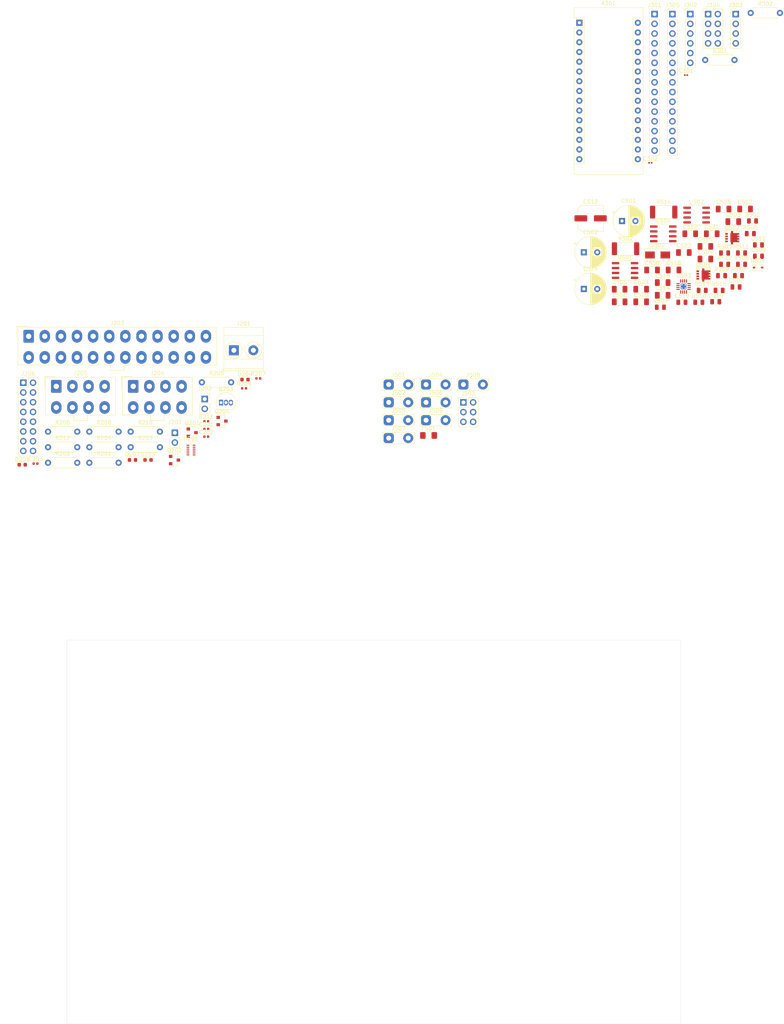
<source format=kicad_pcb>
(kicad_pcb (version 20171130) (host pcbnew "(5.1.2)-1")
  (title_block (title Plasma-PSU_Eurocard_Flyback) (date 2020-03-24) (rev 0.0.1) (company "Plasma Center, University of Ljubljana"))
  (layers (0 F.Cu signal) (31 B.Cu signal) (34 B.Paste user) (35 F.Paste user) (36 B.SilkS user) (37 F.SilkS user) (38 B.Mask user) (39 F.Mask user) (44 Edge.Cuts user))
  (net 0 "")
  (net 1 "Net-(A301-Pad1)")
  (net 2 "Net-(A301-Pad17)")
  (net 3 "Net-(A301-Pad2)")
  (net 4 "Net-(A301-Pad18)")
  (net 5 /Controller/RES_3)
  (net 6 "Net-(A301-Pad19)")
  (net 7 GND)
  (net 8 "Net-(A301-Pad20)")
  (net 9 "Net-(A301-Pad5)")
  (net 10 "Net-(A301-Pad21)")
  (net 11 "Net-(A301-Pad6)")
  (net 12 "Net-(A301-Pad22)")
  (net 13 "Net-(A301-Pad7)")
  (net 14 "Net-(A301-Pad23)")
  (net 15 /Controller/SPI-CS)
  (net 16 "Net-(A301-Pad24)")
  (net 17 "Net-(A301-Pad9)")
  (net 18 "Net-(A301-Pad25)")
  (net 19 "Net-(A301-Pad10)")
  (net 20 "Net-(A301-Pad26)")
  (net 21 /Plugs_and_Controls/PWM_IN)
  (net 22 "Net-(A301-Pad27)")
  (net 23 /Plugs_and_Controls/ENBL_A)
  (net 24 "Net-(A301-Pad28)")
  (net 25 "Net-(A301-Pad13)")
  (net 26 /Controller/SPI-MOSI)
  (net 27 +5V)
  (net 28 /Controller/SPI-MISO)
  (net 29 /Controller/D13_16)
  (net 30 "Net-(C201-Pad1)")
  (net 31 /Plugs_and_Controls/VSB)
  (net 32 "Net-(C203-Pad1)")
  (net 33 +12V)
  (net 34 "Net-(C510-Pad2)")
  (net 35 "Net-(C511-Pad2)")
  (net 36 "Net-(C512-Pad2)")
  (net 37 "Net-(C516-Pad1)")
  (net 38 "Net-(C516-Pad2)")
  (net 39 "Net-(C517-Pad2)")
  (net 40 "Net-(C518-Pad1)")
  (net 41 /Plugs_and_Controls/VDD_IN)
  (net 42 "Net-(C525-Pad1)")
  (net 43 "Net-(D201-Pad2)")
  (net 44 "Net-(D201-Pad1)")
  (net 45 "Net-(D202-Pad2)")
  (net 46 "Net-(D203-Pad2)")
  (net 47 "Net-(D204-Pad2)")
  (net 48 /Plugs_and_Controls/GND_IN)
  (net 49 +3V3)
  (net 50 /Plugs_and_Controls/PWR_GOOD)
  (net 51 /Plugs_and_Controls/PWR_ON)
  (net 52 /Plugs_and_Controls/PB)
  (net 53 /Plugs_and_Controls/SR)
  (net 54 /Plugs_and_Controls/START_BTN)
  (net 55 /Plugs_and_Controls/STOP_BTN)
  (net 56 /Plugs_and_Controls/ENBL_JP)
  (net 57 /Plugs_and_Controls/PLASMA_ON)
  (net 58 /Plugs_and_Controls/PLASMA_OFF)
  (net 59 "Net-(Q201-Pad1)")
  (net 60 "Net-(Q202-Pad2)")
  (net 61 "Net-(Q203-Pad2)")
  (net 62 "Net-(Q204-Pad2)")
  (net 63 "Net-(Q501-Pad2)")
  (net 64 "Net-(Q502-Pad2)")
  (net 65 "Net-(R201-Pad2)")
  (net 66 "Net-(R202-Pad2)")
  (net 67 "Net-(R204-Pad2)")
  (net 68 /Controller/I-Sense_IN)
  (net 69 /Controller/U-Sense_IN)
  (net 70 "Net-(R503-Pad1)")
  (net 71 "Net-(R504-Pad2)")
  (net 72 "Net-(R505-Pad2)")
  (net 73 "Net-(R508-Pad2)")
  (net 74 /SMPS-12-36/VFB)
  (net 75 /SMPS-12-36/U-Sense_int)
  (net 76 "Net-(R512-Pad2)")
  (net 77 "Net-(R514-Pad2)")
  (net 78 "Net-(R515-Pad1)")
  (net 79 "Net-(C519-Pad1)")
  (net 80 "Net-(D501-Pad1)")
  (net 81 "Net-(J502-Pad2)")
  (net 82 "Net-(J506-Pad1)")
  (module Module:Arduino_Nano (layer F.Cu) (at 197.565001 -124.184999)
    (fp_text reference A301 (at 7.62 -5.08) (layer F.SilkS))
    (fp_text value Arduino_Nano_v3.x)
    (pad 1 thru_hole rect (at 0 0) (size 1.6 1.6) (drill 0.8) (layers *.Cu *.Mask) (net 1 "Net-(A301-Pad1)"))
    (pad 17 thru_hole oval (at 15.24 33.02) (size 1.6 1.6) (drill 0.8) (layers *.Cu *.Mask) (net 2 "Net-(A301-Pad17)"))
    (pad 2 thru_hole oval (at 0 2.54) (size 1.6 1.6) (drill 0.8) (layers *.Cu *.Mask) (net 3 "Net-(A301-Pad2)"))
    (pad 18 thru_hole oval (at 15.24 30.48) (size 1.6 1.6) (drill 0.8) (layers *.Cu *.Mask) (net 4 "Net-(A301-Pad18)"))
    (pad 3 thru_hole oval (at 0 5.08) (size 1.6 1.6) (drill 0.8) (layers *.Cu *.Mask) (net 5 /Controller/RES_3))
    (pad 19 thru_hole oval (at 15.24 27.94) (size 1.6 1.6) (drill 0.8) (layers *.Cu *.Mask) (net 6 "Net-(A301-Pad19)"))
    (pad 4 thru_hole oval (at 0 7.62) (size 1.6 1.6) (drill 0.8) (layers *.Cu *.Mask) (net 7 GND))
    (pad 20 thru_hole oval (at 15.24 25.4) (size 1.6 1.6) (drill 0.8) (layers *.Cu *.Mask) (net 8 "Net-(A301-Pad20)"))
    (pad 5 thru_hole oval (at 0 10.16) (size 1.6 1.6) (drill 0.8) (layers *.Cu *.Mask) (net 9 "Net-(A301-Pad5)"))
    (pad 21 thru_hole oval (at 15.24 22.86) (size 1.6 1.6) (drill 0.8) (layers *.Cu *.Mask) (net 10 "Net-(A301-Pad21)"))
    (pad 6 thru_hole oval (at 0 12.7) (size 1.6 1.6) (drill 0.8) (layers *.Cu *.Mask) (net 11 "Net-(A301-Pad6)"))
    (pad 22 thru_hole oval (at 15.24 20.32) (size 1.6 1.6) (drill 0.8) (layers *.Cu *.Mask) (net 12 "Net-(A301-Pad22)"))
    (pad 7 thru_hole oval (at 0 15.24) (size 1.6 1.6) (drill 0.8) (layers *.Cu *.Mask) (net 13 "Net-(A301-Pad7)"))
    (pad 23 thru_hole oval (at 15.24 17.78) (size 1.6 1.6) (drill 0.8) (layers *.Cu *.Mask) (net 14 "Net-(A301-Pad23)"))
    (pad 8 thru_hole oval (at 0 17.78) (size 1.6 1.6) (drill 0.8) (layers *.Cu *.Mask) (net 15 /Controller/SPI-CS))
    (pad 24 thru_hole oval (at 15.24 15.24) (size 1.6 1.6) (drill 0.8) (layers *.Cu *.Mask) (net 16 "Net-(A301-Pad24)"))
    (pad 9 thru_hole oval (at 0 20.32) (size 1.6 1.6) (drill 0.8) (layers *.Cu *.Mask) (net 17 "Net-(A301-Pad9)"))
    (pad 25 thru_hole oval (at 15.24 12.7) (size 1.6 1.6) (drill 0.8) (layers *.Cu *.Mask) (net 18 "Net-(A301-Pad25)"))
    (pad 10 thru_hole oval (at 0 22.86) (size 1.6 1.6) (drill 0.8) (layers *.Cu *.Mask) (net 19 "Net-(A301-Pad10)"))
    (pad 26 thru_hole oval (at 15.24 10.16) (size 1.6 1.6) (drill 0.8) (layers *.Cu *.Mask) (net 20 "Net-(A301-Pad26)"))
    (pad 11 thru_hole oval (at 0 25.4) (size 1.6 1.6) (drill 0.8) (layers *.Cu *.Mask) (net 21 /Plugs_and_Controls/PWM_IN))
    (pad 27 thru_hole oval (at 15.24 7.62) (size 1.6 1.6) (drill 0.8) (layers *.Cu *.Mask) (net 22 "Net-(A301-Pad27)"))
    (pad 12 thru_hole oval (at 0 27.94) (size 1.6 1.6) (drill 0.8) (layers *.Cu *.Mask) (net 23 /Plugs_and_Controls/ENBL_A))
    (pad 28 thru_hole oval (at 15.24 5.08) (size 1.6 1.6) (drill 0.8) (layers *.Cu *.Mask) (net 24 "Net-(A301-Pad28)"))
    (pad 13 thru_hole oval (at 0 30.48) (size 1.6 1.6) (drill 0.8) (layers *.Cu *.Mask) (net 25 "Net-(A301-Pad13)"))
    (pad 29 thru_hole oval (at 15.24 2.54) (size 1.6 1.6) (drill 0.8) (layers *.Cu *.Mask) (net 7 GND))
    (pad 14 thru_hole oval (at 0 33.02) (size 1.6 1.6) (drill 0.8) (layers *.Cu *.Mask) (net 26 /Controller/SPI-MOSI))
    (pad 30 thru_hole oval (at 15.24 0) (size 1.6 1.6) (drill 0.8) (layers *.Cu *.Mask) (net 27 +5V))
    (pad 15 thru_hole oval (at 0 35.56) (size 1.6 1.6) (drill 0.8) (layers *.Cu *.Mask) (net 28 /Controller/SPI-MISO))
    (pad 16 thru_hole oval (at 15.24 35.56) (size 1.6 1.6) (drill 0.8) (layers *.Cu *.Mask) (net 29 /Controller/D13_16))
  )
  (module Capacitor_SMD:C_0402_1005Metric (layer F.Cu) (at 100.315001 -18.334999)
    (fp_text reference C201 (at 0 -1.17) (layer F.SilkS))
    (fp_text value 1µF)
    (pad 1 smd roundrect (at -0.485 0) (size 0.59 0.64) (layers F.Cu F.Paste F.Mask) (net 30 "Net-(C201-Pad1)"))
    (pad 2 smd roundrect (at 0.485 0) (size 0.59 0.64) (layers F.Cu F.Paste F.Mask) (net 7 GND))
  )
  (module Capacitor_SMD:C_0402_1005Metric (layer F.Cu) (at 100.315001 -16.344999)
    (fp_text reference C202 (at 0 -1.17) (layer F.SilkS))
    (fp_text value 100nF)
    (pad 1 smd roundrect (at -0.485 0) (size 0.59 0.64) (layers F.Cu F.Paste F.Mask) (net 31 /Plugs_and_Controls/VSB))
    (pad 2 smd roundrect (at 0.485 0) (size 0.59 0.64) (layers F.Cu F.Paste F.Mask) (net 7 GND))
  )
  (module Capacitor_SMD:C_0402_1005Metric (layer F.Cu) (at 55.805001 -9.324999)
    (fp_text reference C203 (at 0 -1.17) (layer F.SilkS))
    (fp_text value 1µF)
    (pad 2 smd roundrect (at 0.485 0) (size 0.59 0.64) (layers F.Cu F.Paste F.Mask) (net 7 GND))
    (pad 1 smd roundrect (at -0.485 0) (size 0.59 0.64) (layers F.Cu F.Paste F.Mask) (net 32 "Net-(C203-Pad1)"))
  )
  (module Capacitor_SMD:C_0201_0603Metric (layer F.Cu) (at 225.365001 -110.544999)
    (fp_text reference C301 (at 0 -1.05) (layer F.SilkS))
    (fp_text value 100n)
    (pad 2 smd roundrect (at 0.32 0) (size 0.46 0.4) (layers F.Cu F.Mask) (net 20 "Net-(A301-Pad26)"))
    (pad 1 smd roundrect (at -0.32 0) (size 0.46 0.4) (layers F.Cu F.Mask) (net 7 GND))
  )
  (module Capacitor_SMD:C_0201_0603Metric (layer F.Cu) (at 216.065001 -87.694999)
    (fp_text reference C302 (at 0 -1.05) (layer F.SilkS))
    (fp_text value 100n)
    (pad 1 smd roundrect (at -0.32 0) (size 0.46 0.4) (layers F.Cu F.Mask) (net 18 "Net-(A301-Pad25)"))
    (pad 2 smd roundrect (at 0.32 0) (size 0.46 0.4) (layers F.Cu F.Mask) (net 7 GND))
  )
  (module Capacitor_THT:CP_Radial_D8.0mm_P3.50mm (layer F.Cu) (at 208.679699 -72.524999)
    (fp_text reference C501 (at 1.75 -5.25) (layer F.SilkS))
    (fp_text value 220uF)
    (pad 2 thru_hole circle (at 3.5 0) (size 1.6 1.6) (drill 0.8) (layers *.Cu *.Mask) (net 7 GND))
    (pad 1 thru_hole rect (at 0 0) (size 1.6 1.6) (drill 0.8) (layers *.Cu *.Mask) (net 27 +5V))
  )
  (module Capacitor_THT:CP_Radial_D8.0mm_P3.50mm (layer F.Cu) (at 198.729699 -64.374999)
    (fp_text reference C502 (at 1.75 -5.25) (layer F.SilkS))
    (fp_text value 220uF)
    (pad 2 thru_hole circle (at 3.5 0) (size 1.6 1.6) (drill 0.8) (layers *.Cu *.Mask) (net 7 GND))
    (pad 1 thru_hole rect (at 0 0) (size 1.6 1.6) (drill 0.8) (layers *.Cu *.Mask) (net 33 +12V))
  )
  (module Capacitor_SMD:C_1206_3216Metric (layer F.Cu) (at 237.675001 -72.364999)
    (fp_text reference C503 (at 0 -1.82) (layer F.SilkS))
    (fp_text value 6.8µF)
    (pad 2 smd roundrect (at 1.4 0) (size 1.25 1.75) (layers F.Cu F.Paste F.Mask) (roundrect_rratio 0.2) (net 7 GND))
    (pad 1 smd roundrect (at -1.4 0) (size 1.25 1.75) (layers F.Cu F.Paste F.Mask) (roundrect_rratio 0.2) (net 33 +12V))
  )
  (module Capacitor_SMD:C_1206_3216Metric (layer F.Cu) (at 230.405001 -62.624999)
    (fp_text reference C504 (at 0 -1.82) (layer F.SilkS))
    (fp_text value 6.8µF)
    (pad 1 smd roundrect (at -1.4 0) (size 1.25 1.75) (layers F.Cu F.Paste F.Mask) (roundrect_rratio 0.2) (net 33 +12V))
    (pad 2 smd roundrect (at 1.4 0) (size 1.25 1.75) (layers F.Cu F.Paste F.Mask) (roundrect_rratio 0.2) (net 7 GND))
  )
  (module Capacitor_SMD:C_1206_3216Metric (layer F.Cu) (at 208.055001 -54.764999)
    (fp_text reference C505 (at 0 -1.82) (layer F.SilkS))
    (fp_text value 100nF)
    (pad 2 smd roundrect (at 1.4 0) (size 1.25 1.75) (layers F.Cu F.Paste F.Mask) (roundrect_rratio 0.2) (net 7 GND))
    (pad 1 smd roundrect (at -1.4 0) (size 1.25 1.75) (layers F.Cu F.Paste F.Mask) (roundrect_rratio 0.2) (net 33 +12V))
  )
  (module Capacitor_SMD:C_1206_3216Metric (layer F.Cu) (at 208.055001 -51.474999)
    (fp_text reference C506 (at 0 -1.82) (layer F.SilkS))
    (fp_text value 100nF)
    (pad 1 smd roundrect (at -1.4 0) (size 1.25 1.75) (layers F.Cu F.Paste F.Mask) (roundrect_rratio 0.2) (net 33 +12V))
    (pad 2 smd roundrect (at 1.4 0) (size 1.25 1.75) (layers F.Cu F.Paste F.Mask) (roundrect_rratio 0.2) (net 7 GND))
  )
  (module Capacitor_SMD:C_0805_2012Metric (layer F.Cu) (at 238.395001 -55.344999)
    (fp_text reference C507 (at 0 -1.65) (layer F.SilkS))
    (fp_text value 10nF)
    (pad 2 smd roundrect (at 0.9375 0) (size 0.975 1.4) (layers F.Cu F.Paste F.Mask) (net 7 GND))
    (pad 1 smd roundrect (at -0.9375 0) (size 0.975 1.4) (layers F.Cu F.Paste F.Mask) (net 33 +12V))
  )
  (module Capacitor_SMD:C_1206_3216Metric (layer F.Cu) (at 216.505001 -59.764999)
    (fp_text reference C508 (at 0 -1.82) (layer F.SilkS))
    (fp_text value 100nF)
    (pad 2 smd roundrect (at 1.4 0) (size 1.25 1.75) (layers F.Cu F.Paste F.Mask) (roundrect_rratio 0.2) (net 7 GND))
    (pad 1 smd roundrect (at -1.4 0) (size 1.25 1.75) (layers F.Cu F.Paste F.Mask) (roundrect_rratio 0.2) (net 27 +5V))
  )
  (module Capacitor_SMD:C_0805_2012Metric (layer F.Cu) (at 244.235001 -63.344999)
    (fp_text reference C509 (at 0 -1.65) (layer F.SilkS))
    (fp_text value 10nF)
    (pad 1 smd roundrect (at -0.9375 0) (size 0.975 1.4) (layers F.Cu F.Paste F.Mask) (net 27 +5V))
    (pad 2 smd roundrect (at 0.9375 0) (size 0.975 1.4) (layers F.Cu F.Paste F.Mask) (net 7 GND))
  )
  (module Capacitor_SMD:C_0805_2012Metric (layer F.Cu) (at 233.105001 -51.504999)
    (fp_text reference C510 (at 0 -1.65) (layer F.SilkS))
    (fp_text value 15nF)
    (pad 2 smd roundrect (at 0.9375 0) (size 0.975 1.4) (layers F.Cu F.Paste F.Mask) (net 34 "Net-(C510-Pad2)"))
    (pad 1 smd roundrect (at -0.9375 0) (size 0.975 1.4) (layers F.Cu F.Paste F.Mask) (net 7 GND))
  )
  (module Capacitor_SMD:C_0805_2012Metric (layer F.Cu) (at 244.235001 -66.294999)
    (fp_text reference C511 (at 0 -1.65) (layer F.SilkS))
    (fp_text value 220pF)
    (pad 2 smd roundrect (at 0.9375 0) (size 0.975 1.4) (layers F.Cu F.Paste F.Mask) (net 35 "Net-(C511-Pad2)"))
    (pad 1 smd roundrect (at -0.9375 0) (size 0.975 1.4) (layers F.Cu F.Paste F.Mask) (net 7 GND))
  )
  (module Capacitor_SMD:C_1206_3216Metric (layer F.Cu) (at 226.455001 -69.204999)
    (fp_text reference C512 (at 0 -1.82) (layer F.SilkS))
    (fp_text value 100nF)
    (pad 1 smd roundrect (at -1.4 0) (size 1.25 1.75) (layers F.Cu F.Paste F.Mask) (roundrect_rratio 0.2) (net 7 GND))
    (pad 2 smd roundrect (at 1.4 0) (size 1.25 1.75) (layers F.Cu F.Paste F.Mask) (roundrect_rratio 0.2) (net 36 "Net-(C512-Pad2)"))
  )
  (module Capacitor_SMD:C_Elec_6.3x5.8 (layer F.Cu) (at 200.485001 -73.224999)
    (fp_text reference C513 (at 0 -4.35) (layer F.SilkS))
    (fp_text value 10µF)
    (pad 1 smd roundrect (at -2.5375 0) (size 3.325 1.6) (layers F.Cu F.Paste F.Mask) (roundrect_rratio 0.15625) (net 27 +5V))
    (pad 2 smd roundrect (at 2.5375 0) (size 3.325 1.6) (layers F.Cu F.Paste F.Mask) (roundrect_rratio 0.15625) (net 7 GND))
  )
  (module Capacitor_SMD:C_1206_3216Metric (layer F.Cu) (at 219.275001 -53.184999)
    (fp_text reference C514 (at 0 -1.82) (layer F.SilkS))
    (fp_text value 100nF)
    (pad 2 smd roundrect (at 1.4 0) (size 1.25 1.75) (layers F.Cu F.Paste F.Mask) (roundrect_rratio 0.2) (net 7 GND))
    (pad 1 smd roundrect (at -1.4 0) (size 1.25 1.75) (layers F.Cu F.Paste F.Mask) (roundrect_rratio 0.2) (net 27 +5V))
  )
  (module Capacitor_SMD:C_1206_3216Metric (layer F.Cu) (at 230.405001 -65.914999)
    (fp_text reference C515 (at 0 -1.82) (layer F.SilkS))
    (fp_text value 100nF)
    (pad 2 smd roundrect (at 1.4 0) (size 1.25 1.75) (layers F.Cu F.Paste F.Mask) (roundrect_rratio 0.2) (net 33 +12V))
    (pad 1 smd roundrect (at -1.4 0) (size 1.25 1.75) (layers F.Cu F.Paste F.Mask) (roundrect_rratio 0.2) (net 7 GND))
  )
  (module Capacitor_SMD:C_1206_3216Metric (layer F.Cu) (at 219.275001 -56.474999)
    (fp_text reference C516 (at 0 -1.82) (layer F.SilkS))
    (fp_text value 100nF)
    (pad 1 smd roundrect (at -1.4 0) (size 1.25 1.75) (layers F.Cu F.Paste F.Mask) (roundrect_rratio 0.2) (net 37 "Net-(C516-Pad1)"))
    (pad 2 smd roundrect (at 1.4 0) (size 1.25 1.75) (layers F.Cu F.Paste F.Mask) (roundrect_rratio 0.2) (net 38 "Net-(C516-Pad2)"))
  )
  (module Capacitor_SMD:C_1206_3216Metric (layer F.Cu) (at 240.755001 -75.654999)
    (fp_text reference C517 (at 0 -1.82) (layer F.SilkS))
    (fp_text value "4.7µ MLCC")
    (pad 1 smd roundrect (at -1.4 0) (size 1.25 1.75) (layers F.Cu F.Paste F.Mask) (roundrect_rratio 0.2) (net 7 GND))
    (pad 2 smd roundrect (at 1.4 0) (size 1.25 1.75) (layers F.Cu F.Paste F.Mask) (roundrect_rratio 0.2) (net 39 "Net-(C517-Pad2)"))
  )
  (module Capacitor_SMD:C_1206_3216Metric (layer F.Cu) (at 222.115001 -59.764999)
    (fp_text reference C518 (at 0 -1.82) (layer F.SilkS))
    (fp_text value 100nF)
    (pad 1 smd roundrect (at -1.4 0) (size 1.25 1.75) (layers F.Cu F.Paste F.Mask) (roundrect_rratio 0.2) (net 40 "Net-(C518-Pad1)"))
    (pad 2 smd roundrect (at 1.4 0) (size 1.25 1.75) (layers F.Cu F.Paste F.Mask) (roundrect_rratio 0.2) (net 7 GND))
  )
  (module Capacitor_SMD:C_0805_2012Metric (layer F.Cu) (at 224.285001 -51.354999)
    (fp_text reference C519 (at 0 -1.65) (layer F.SilkS))
    (fp_text value 10nF)
    (pad 1 smd roundrect (at -0.9375 0) (size 0.975 1.4) (layers F.Cu F.Paste F.Mask) (net 79 "Net-(C519-Pad1)"))
    (pad 2 smd roundrect (at 0.9375 0) (size 0.975 1.4) (layers F.Cu F.Paste F.Mask) (net 7 GND))
  )
  (module Capacitor_SMD:C_1206_3216Metric (layer F.Cu) (at 213.665001 -51.474999)
    (fp_text reference C520 (at 0 -1.82) (layer F.SilkS))
    (fp_text value 100nF)
    (pad 1 smd roundrect (at -1.4 0) (size 1.25 1.75) (layers F.Cu F.Paste F.Mask) (roundrect_rratio 0.2) (net 79 "Net-(C519-Pad1)"))
    (pad 2 smd roundrect (at 1.4 0) (size 1.25 1.75) (layers F.Cu F.Paste F.Mask) (roundrect_rratio 0.2) (net 7 GND))
  )
  (module Capacitor_SMD:C_1206_3216Metric (layer F.Cu) (at 232.065001 -69.204999)
    (fp_text reference C521 (at 0 -1.82) (layer F.SilkS))
    (fp_text value 6.8µF)
    (pad 2 smd roundrect (at 1.4 0) (size 1.25 1.75) (layers F.Cu F.Paste F.Mask) (roundrect_rratio 0.2) (net 7 GND))
    (pad 1 smd roundrect (at -1.4 0) (size 1.25 1.75) (layers F.Cu F.Paste F.Mask) (roundrect_rratio 0.2) (net 79 "Net-(C519-Pad1)"))
  )
  (module Capacitor_SMD:C_1206_3216Metric (layer F.Cu) (at 224.795001 -64.314999)
    (fp_text reference C522 (at 0 -1.82) (layer F.SilkS))
    (fp_text value 6.8µF)
    (pad 2 smd roundrect (at 1.4 0) (size 1.25 1.75) (layers F.Cu F.Paste F.Mask) (roundrect_rratio 0.2) (net 7 GND))
    (pad 1 smd roundrect (at -1.4 0) (size 1.25 1.75) (layers F.Cu F.Paste F.Mask) (roundrect_rratio 0.2) (net 79 "Net-(C519-Pad1)"))
  )
  (module Capacitor_SMD:C_1206_3216Metric (layer F.Cu) (at 213.665001 -54.764999)
    (fp_text reference C523 (at 0 -1.82) (layer F.SilkS))
    (fp_text value 6.8µF)
    (pad 1 smd roundrect (at -1.4 0) (size 1.25 1.75) (layers F.Cu F.Paste F.Mask) (roundrect_rratio 0.2) (net 79 "Net-(C519-Pad1)"))
    (pad 2 smd roundrect (at 1.4 0) (size 1.25 1.75) (layers F.Cu F.Paste F.Mask) (roundrect_rratio 0.2) (net 7 GND))
  )
  (module Capacitor_THT:CP_Radial_D8.0mm_P3.50mm (layer F.Cu) (at 198.729699 -54.824999)
    (fp_text reference C524 (at 1.75 -5.25) (layer F.SilkS))
    (fp_text value 220uF)
    (pad 1 thru_hole rect (at 0 0) (size 1.6 1.6) (drill 0.8) (layers *.Cu *.Mask) (net 79 "Net-(C519-Pad1)"))
    (pad 2 thru_hole circle (at 3.5 0) (size 1.6 1.6) (drill 0.8) (layers *.Cu *.Mask) (net 7 GND))
  )
  (module Capacitor_SMD:C_1206_3216Metric (layer F.Cu) (at 235.145001 -75.654999)
    (fp_text reference C525 (at 0 -1.82) (layer F.SilkS))
    (fp_text value 100nF)
    (pad 2 smd roundrect (at 1.4 0) (size 1.25 1.75) (layers F.Cu F.Paste F.Mask) (roundrect_rratio 0.2) (net 7 GND))
    (pad 1 smd roundrect (at -1.4 0) (size 1.25 1.75) (layers F.Cu F.Paste F.Mask) (roundrect_rratio 0.2) (net 42 "Net-(C525-Pad1)"))
  )
  (module LED_SMD:LED_0603_1608Metric (layer F.Cu) (at 52.345001 -9.024999)
    (fp_text reference D201 (at 0 -1.43) (layer F.SilkS))
    (fp_text value LED)
    (pad 2 smd roundrect (at 0.7875 0) (size 0.875 0.95) (layers F.Cu F.Paste F.Mask) (net 43 "Net-(D201-Pad2)"))
    (pad 1 smd roundrect (at -0.7875 0) (size 0.875 0.95) (layers F.Cu F.Paste F.Mask) (net 44 "Net-(D201-Pad1)"))
  )
  (module LED_SMD:LED_0603_1608Metric (layer F.Cu) (at 81.085001 -10.274999)
    (fp_text reference D202 (at 0 -1.43) (layer F.SilkS))
    (fp_text value LED)
    (pad 1 smd roundrect (at -0.7875 0) (size 0.875 0.95) (layers F.Cu F.Paste F.Mask) (net 7 GND))
    (pad 2 smd roundrect (at 0.7875 0) (size 0.875 0.95) (layers F.Cu F.Paste F.Mask) (net 45 "Net-(D202-Pad2)"))
  )
  (module LED_SMD:LED_0603_1608Metric (layer F.Cu) (at 85.135001 -10.274999)
    (fp_text reference D203 (at 0 -1.43) (layer F.SilkS))
    (fp_text value LED)
    (pad 1 smd roundrect (at -0.7875 0) (size 0.875 0.95) (layers F.Cu F.Paste F.Mask) (net 7 GND))
    (pad 2 smd roundrect (at 0.7875 0) (size 0.875 0.95) (layers F.Cu F.Paste F.Mask) (net 46 "Net-(D203-Pad2)"))
  )
  (module LED_SMD:LED_0603_1608Metric (layer F.Cu) (at 110.415001 -31.224999)
    (fp_text reference D204 (at 0 -1.43) (layer F.SilkS))
    (fp_text value LED)
    (pad 2 smd roundrect (at 0.7875 0) (size 0.875 0.95) (layers F.Cu F.Paste F.Mask) (net 47 "Net-(D204-Pad2)"))
    (pad 1 smd roundrect (at -0.7875 0) (size 0.875 0.95) (layers F.Cu F.Paste F.Mask) (net 7 GND))
  )
  (module Diode_SMD:D_SOD-323 (layer F.Cu) (at 244.155001 -60.394999)
    (fp_text reference D501 (at 0 -1.85) (layer F.SilkS))
    (fp_text value ZD5)
    (pad 1 smd rect (at -1.05 0) (size 0.6 0.45) (layers F.Cu F.Paste F.Mask) (net 80 "Net-(D501-Pad1)"))
    (pad 2 smd rect (at 1.05 0) (size 0.6 0.45) (layers F.Cu F.Paste F.Mask) (net 7 GND))
  )
  (module Diode_SMD:D_SMA (layer F.Cu) (at 217.965001 -63.684999)
    (fp_text reference D502 (at 0 -2.5) (layer F.SilkS))
    (fp_text value B120-E3)
    (pad 1 smd rect (at -2 0) (size 2.5 1.8) (layers F.Cu F.Paste F.Mask) (net 38 "Net-(C516-Pad2)"))
    (pad 2 smd rect (at 2 0) (size 2.5 1.8) (layers F.Cu F.Paste F.Mask) (net 39 "Net-(C517-Pad2)"))
  )
  (module TerminalBlock_Phoenix:TerminalBlock_Phoenix_MKDS-3-2-5.08_1x02_P5.08mm_Horizontal (layer F.Cu) (at 107.515001 -38.844999)
    (fp_text reference J201 (at 2.54 -6.96) (layer F.SilkS))
    (fp_text value PWR_FWD)
    (pad 1 thru_hole rect (at 0 0) (size 2.6 2.6) (drill 1.3) (layers *.Cu *.Mask) (net 41 /Plugs_and_Controls/VDD_IN))
    (pad 2 thru_hole circle (at 5.08 0) (size 2.6 2.6) (drill 1.3) (layers *.Cu *.Mask) (net 48 /Plugs_and_Controls/GND_IN))
  )
  (module Connector_PinSocket_2.54mm:PinSocket_1x02_P2.54mm_Vertical (layer F.Cu) (at 99.925001 -26.144999)
    (fp_text reference J202 (at 0 -2.77) (layer F.SilkS))
    (fp_text value PWM_FWD)
    (pad 1 thru_hole rect (at 0 0) (size 1.7 1.7) (drill 1) (layers *.Cu *.Mask) (net 21 /Plugs_and_Controls/PWM_IN))
    (pad 2 thru_hole oval (at 0 2.54) (size 1.7 1.7) (drill 1) (layers *.Cu *.Mask) (net 7 GND))
  )
  (module Connector_Molex:Molex_Mini-Fit_Jr_5566-24A_2x12_P4.20mm_Vertical (layer F.Cu) (at 54.025001 -42.494999)
    (fp_text reference J203 (at 23.1 -3.45) (layer F.SilkS))
    (fp_text value "Molex Mini-fit Jr. 39-28-1243")
    (pad 1 thru_hole roundrect (at 0 0) (size 2.7 3.3) (drill 1.4) (layers *.Cu *.Mask) (roundrect_rratio 0.09259299999999999) (net 49 +3V3))
    (pad 2 thru_hole oval (at 4.2 0) (size 2.7 3.3) (drill 1.4) (layers *.Cu *.Mask) (net 49 +3V3))
    (pad 3 thru_hole oval (at 8.4 0) (size 2.7 3.3) (drill 1.4) (layers *.Cu *.Mask) (net 7 GND))
    (pad 4 thru_hole oval (at 12.6 0) (size 2.7 3.3) (drill 1.4) (layers *.Cu *.Mask) (net 27 +5V))
    (pad 5 thru_hole oval (at 16.8 0) (size 2.7 3.3) (drill 1.4) (layers *.Cu *.Mask) (net 7 GND))
    (pad 6 thru_hole oval (at 21 0) (size 2.7 3.3) (drill 1.4) (layers *.Cu *.Mask) (net 27 +5V))
    (pad 7 thru_hole oval (at 25.2 0) (size 2.7 3.3) (drill 1.4) (layers *.Cu *.Mask) (net 7 GND))
    (pad 8 thru_hole oval (at 29.4 0) (size 2.7 3.3) (drill 1.4) (layers *.Cu *.Mask) (net 50 /Plugs_and_Controls/PWR_GOOD))
    (pad 9 thru_hole oval (at 33.6 0) (size 2.7 3.3) (drill 1.4) (layers *.Cu *.Mask) (net 31 /Plugs_and_Controls/VSB))
    (pad 10 thru_hole oval (at 37.8 0) (size 2.7 3.3) (drill 1.4) (layers *.Cu *.Mask) (net 33 +12V))
    (pad 11 thru_hole oval (at 42 0) (size 2.7 3.3) (drill 1.4) (layers *.Cu *.Mask) (net 33 +12V))
    (pad 12 thru_hole oval (at 46.2 0) (size 2.7 3.3) (drill 1.4) (layers *.Cu *.Mask) (net 49 +3V3))
    (pad 13 thru_hole oval (at 0 5.5) (size 2.7 3.3) (drill 1.4) (layers *.Cu *.Mask) (net 49 +3V3))
    (pad 14 thru_hole oval (at 4.2 5.5) (size 2.7 3.3) (drill 1.4) (layers *.Cu *.Mask))
    (pad 15 thru_hole oval (at 8.4 5.5) (size 2.7 3.3) (drill 1.4) (layers *.Cu *.Mask) (net 7 GND))
    (pad 16 thru_hole oval (at 12.6 5.5) (size 2.7 3.3) (drill 1.4) (layers *.Cu *.Mask) (net 51 /Plugs_and_Controls/PWR_ON))
    (pad 17 thru_hole oval (at 16.8 5.5) (size 2.7 3.3) (drill 1.4) (layers *.Cu *.Mask) (net 7 GND))
    (pad 18 thru_hole oval (at 21 5.5) (size 2.7 3.3) (drill 1.4) (layers *.Cu *.Mask) (net 7 GND))
    (pad 19 thru_hole oval (at 25.2 5.5) (size 2.7 3.3) (drill 1.4) (layers *.Cu *.Mask) (net 7 GND))
    (pad 20 thru_hole oval (at 29.4 5.5) (size 2.7 3.3) (drill 1.4) (layers *.Cu *.Mask))
    (pad 21 thru_hole oval (at 33.6 5.5) (size 2.7 3.3) (drill 1.4) (layers *.Cu *.Mask) (net 27 +5V))
    (pad 22 thru_hole oval (at 37.8 5.5) (size 2.7 3.3) (drill 1.4) (layers *.Cu *.Mask) (net 27 +5V))
    (pad 23 thru_hole oval (at 42 5.5) (size 2.7 3.3) (drill 1.4) (layers *.Cu *.Mask) (net 27 +5V))
    (pad 24 thru_hole oval (at 46.2 5.5) (size 2.7 3.3) (drill 1.4) (layers *.Cu *.Mask) (net 7 GND))
  )
  (module Connector_Molex:Molex_Mini-Fit_Jr_5566-08A_2x04_P4.20mm_Vertical (layer F.Cu) (at 81.275001 -29.444999)
    (fp_text reference J204 (at 6.3 -3.45) (layer F.SilkS))
    (fp_text value "Molex Mini-fit Jr. 39-28-1083")
    (pad 8 thru_hole oval (at 12.6 5.5) (size 2.7 3.3) (drill 1.4) (layers *.Cu *.Mask) (net 7 GND))
    (pad 7 thru_hole oval (at 8.4 5.5) (size 2.7 3.3) (drill 1.4) (layers *.Cu *.Mask) (net 7 GND))
    (pad 6 thru_hole oval (at 4.2 5.5) (size 2.7 3.3) (drill 1.4) (layers *.Cu *.Mask))
    (pad 5 thru_hole oval (at 0 5.5) (size 2.7 3.3) (drill 1.4) (layers *.Cu *.Mask) (net 7 GND))
    (pad 4 thru_hole oval (at 12.6 0) (size 2.7 3.3) (drill 1.4) (layers *.Cu *.Mask))
    (pad 3 thru_hole oval (at 8.4 0) (size 2.7 3.3) (drill 1.4) (layers *.Cu *.Mask) (net 33 +12V))
    (pad 2 thru_hole oval (at 4.2 0) (size 2.7 3.3) (drill 1.4) (layers *.Cu *.Mask) (net 33 +12V))
    (pad 1 thru_hole roundrect (at 0 0) (size 2.7 3.3) (drill 1.4) (layers *.Cu *.Mask) (roundrect_rratio 0.09259299999999999) (net 33 +12V))
  )
  (module Connector_Molex:Molex_Mini-Fit_Jr_5566-08A_2x04_P4.20mm_Vertical (layer F.Cu) (at 61.225001 -29.444999)
    (fp_text reference J205 (at 6.3 -3.45) (layer F.SilkS))
    (fp_text value "Molex Mini-fit Jr. 39-28-1083")
    (pad 1 thru_hole roundrect (at 0 0) (size 2.7 3.3) (drill 1.4) (layers *.Cu *.Mask) (roundrect_rratio 0.09259299999999999) (net 33 +12V))
    (pad 2 thru_hole oval (at 4.2 0) (size 2.7 3.3) (drill 1.4) (layers *.Cu *.Mask) (net 33 +12V))
    (pad 3 thru_hole oval (at 8.4 0) (size 2.7 3.3) (drill 1.4) (layers *.Cu *.Mask) (net 33 +12V))
    (pad 4 thru_hole oval (at 12.6 0) (size 2.7 3.3) (drill 1.4) (layers *.Cu *.Mask))
    (pad 5 thru_hole oval (at 0 5.5) (size 2.7 3.3) (drill 1.4) (layers *.Cu *.Mask) (net 7 GND))
    (pad 6 thru_hole oval (at 4.2 5.5) (size 2.7 3.3) (drill 1.4) (layers *.Cu *.Mask))
    (pad 7 thru_hole oval (at 8.4 5.5) (size 2.7 3.3) (drill 1.4) (layers *.Cu *.Mask) (net 7 GND))
    (pad 8 thru_hole oval (at 12.6 5.5) (size 2.7 3.3) (drill 1.4) (layers *.Cu *.Mask) (net 7 GND))
  )
  (module Connector_PinHeader_2.54mm:PinHeader_2x08_P2.54mm_Vertical (layer F.Cu) (at 52.625001 -30.394999)
    (fp_text reference J206 (at 1.27 -2.33) (layer F.SilkS))
    (fp_text value "Pinheader Controls")
    (pad 1 thru_hole rect (at 0 0) (size 1.7 1.7) (drill 1) (layers *.Cu *.Mask) (net 52 /Plugs_and_Controls/PB))
    (pad 2 thru_hole oval (at 2.54 0) (size 1.7 1.7) (drill 1) (layers *.Cu *.Mask) (net 7 GND))
    (pad 3 thru_hole oval (at 0 2.54) (size 1.7 1.7) (drill 1) (layers *.Cu *.Mask) (net 53 /Plugs_and_Controls/SR))
    (pad 4 thru_hole oval (at 2.54 2.54) (size 1.7 1.7) (drill 1) (layers *.Cu *.Mask) (net 7 GND))
    (pad 5 thru_hole oval (at 0 5.08) (size 1.7 1.7) (drill 1) (layers *.Cu *.Mask) (net 27 +5V))
    (pad 6 thru_hole oval (at 2.54 5.08) (size 1.7 1.7) (drill 1) (layers *.Cu *.Mask) (net 54 /Plugs_and_Controls/START_BTN))
    (pad 7 thru_hole oval (at 0 7.62) (size 1.7 1.7) (drill 1) (layers *.Cu *.Mask) (net 23 /Plugs_and_Controls/ENBL_A))
    (pad 8 thru_hole oval (at 2.54 7.62) (size 1.7 1.7) (drill 1) (layers *.Cu *.Mask) (net 55 /Plugs_and_Controls/STOP_BTN))
    (pad 9 thru_hole oval (at 0 10.16) (size 1.7 1.7) (drill 1) (layers *.Cu *.Mask) (net 55 /Plugs_and_Controls/STOP_BTN))
    (pad 10 thru_hole oval (at 2.54 10.16) (size 1.7 1.7) (drill 1) (layers *.Cu *.Mask) (net 56 /Plugs_and_Controls/ENBL_JP))
    (pad 11 thru_hole oval (at 0 12.7) (size 1.7 1.7) (drill 1) (layers *.Cu *.Mask))
    (pad 12 thru_hole oval (at 2.54 12.7) (size 1.7 1.7) (drill 1) (layers *.Cu *.Mask) (net 7 GND))
    (pad 13 thru_hole oval (at 0 15.24) (size 1.7 1.7) (drill 1) (layers *.Cu *.Mask) (net 57 /Plugs_and_Controls/PLASMA_ON))
    (pad 14 thru_hole oval (at 2.54 15.24) (size 1.7 1.7) (drill 1) (layers *.Cu *.Mask) (net 7 GND))
    (pad 15 thru_hole oval (at 0 17.78) (size 1.7 1.7) (drill 1) (layers *.Cu *.Mask) (net 58 /Plugs_and_Controls/PLASMA_OFF))
    (pad 16 thru_hole oval (at 2.54 17.78) (size 1.7 1.7) (drill 1) (layers *.Cu *.Mask) (net 7 GND))
  )
  (module Connector_PinSocket_2.54mm:PinSocket_1x02_P2.54mm_Vertical (layer F.Cu) (at 92.135001 -17.344999)
    (fp_text reference J207 (at 0 -2.77) (layer F.SilkS))
    (fp_text value ENBL_FWD)
    (pad 2 thru_hole oval (at 0 2.54) (size 1.7 1.7) (drill 1) (layers *.Cu *.Mask) (net 7 GND))
    (pad 1 thru_hole rect (at 0 0) (size 1.7 1.7) (drill 1) (layers *.Cu *.Mask) (net 57 /Plugs_and_Controls/PLASMA_ON))
  )
  (module Connector_PinHeader_2.54mm:PinHeader_1x15_P2.54mm_Vertical (layer F.Cu) (at 217.165001 -126.444999)
    (fp_text reference J301 (at 0 -2.33) (layer F.SilkS))
    (fp_text value Arduino_Pinout_01-15)
    (pad 1 thru_hole rect (at 0 0) (size 1.7 1.7) (drill 1) (layers *.Cu *.Mask) (net 1 "Net-(A301-Pad1)"))
    (pad 2 thru_hole oval (at 0 2.54) (size 1.7 1.7) (drill 1) (layers *.Cu *.Mask) (net 3 "Net-(A301-Pad2)"))
    (pad 3 thru_hole oval (at 0 5.08) (size 1.7 1.7) (drill 1) (layers *.Cu *.Mask) (net 5 /Controller/RES_3))
    (pad 4 thru_hole oval (at 0 7.62) (size 1.7 1.7) (drill 1) (layers *.Cu *.Mask) (net 7 GND))
    (pad 5 thru_hole oval (at 0 10.16) (size 1.7 1.7) (drill 1) (layers *.Cu *.Mask) (net 9 "Net-(A301-Pad5)"))
    (pad 6 thru_hole oval (at 0 12.7) (size 1.7 1.7) (drill 1) (layers *.Cu *.Mask) (net 11 "Net-(A301-Pad6)"))
    (pad 7 thru_hole oval (at 0 15.24) (size 1.7 1.7) (drill 1) (layers *.Cu *.Mask) (net 13 "Net-(A301-Pad7)"))
    (pad 8 thru_hole oval (at 0 17.78) (size 1.7 1.7) (drill 1) (layers *.Cu *.Mask) (net 15 /Controller/SPI-CS))
    (pad 9 thru_hole oval (at 0 20.32) (size 1.7 1.7) (drill 1) (layers *.Cu *.Mask) (net 17 "Net-(A301-Pad9)"))
    (pad 10 thru_hole oval (at 0 22.86) (size 1.7 1.7) (drill 1) (layers *.Cu *.Mask) (net 19 "Net-(A301-Pad10)"))
    (pad 11 thru_hole oval (at 0 25.4) (size 1.7 1.7) (drill 1) (layers *.Cu *.Mask) (net 21 /Plugs_and_Controls/PWM_IN))
    (pad 12 thru_hole oval (at 0 27.94) (size 1.7 1.7) (drill 1) (layers *.Cu *.Mask) (net 23 /Plugs_and_Controls/ENBL_A))
    (pad 13 thru_hole oval (at 0 30.48) (size 1.7 1.7) (drill 1) (layers *.Cu *.Mask) (net 25 "Net-(A301-Pad13)"))
    (pad 14 thru_hole oval (at 0 33.02) (size 1.7 1.7) (drill 1) (layers *.Cu *.Mask) (net 26 /Controller/SPI-MOSI))
    (pad 15 thru_hole oval (at 0 35.56) (size 1.7 1.7) (drill 1) (layers *.Cu *.Mask) (net 28 /Controller/SPI-MISO))
  )
  (module Connector_PinHeader_2.54mm:PinHeader_1x06_P2.54mm_Vertical (layer F.Cu) (at 226.465001 -126.444999)
    (fp_text reference J302 (at 0 -2.33) (layer F.SilkS))
    (fp_text value SPI)
    (pad 1 thru_hole rect (at 0 0) (size 1.7 1.7) (drill 1) (layers *.Cu *.Mask) (net 7 GND))
    (pad 2 thru_hole oval (at 0 2.54) (size 1.7 1.7) (drill 1) (layers *.Cu *.Mask) (net 27 +5V))
    (pad 3 thru_hole oval (at 0 5.08) (size 1.7 1.7) (drill 1) (layers *.Cu *.Mask) (net 25 "Net-(A301-Pad13)"))
    (pad 4 thru_hole oval (at 0 7.62) (size 1.7 1.7) (drill 1) (layers *.Cu *.Mask) (net 26 /Controller/SPI-MOSI))
    (pad 5 thru_hole oval (at 0 10.16) (size 1.7 1.7) (drill 1) (layers *.Cu *.Mask) (net 28 /Controller/SPI-MISO))
    (pad 6 thru_hole oval (at 0 12.7) (size 1.7 1.7) (drill 1) (layers *.Cu *.Mask) (net 29 /Controller/D13_16))
  )
  (module Connector_PinHeader_2.54mm:PinHeader_1x04_P2.54mm_Vertical (layer F.Cu) (at 238.315001 -126.444999)
    (fp_text reference J303 (at 0 -2.33) (layer F.SilkS))
    (fp_text value UART)
    (pad 1 thru_hole rect (at 0 0) (size 1.7 1.7) (drill 1) (layers *.Cu *.Mask) (net 3 "Net-(A301-Pad2)"))
    (pad 2 thru_hole oval (at 0 2.54) (size 1.7 1.7) (drill 1) (layers *.Cu *.Mask) (net 1 "Net-(A301-Pad1)"))
    (pad 3 thru_hole oval (at 0 5.08) (size 1.7 1.7) (drill 1) (layers *.Cu *.Mask) (net 27 +5V))
    (pad 4 thru_hole oval (at 0 7.62) (size 1.7 1.7) (drill 1) (layers *.Cu *.Mask) (net 7 GND))
  )
  (module Connector_PinHeader_2.54mm:PinHeader_2x04_P2.54mm_Vertical (layer F.Cu) (at 231.115001 -126.444999)
    (fp_text reference J304 (at 1.27 -2.33) (layer F.SilkS))
    (fp_text value I2C)
    (pad 1 thru_hole rect (at 0 0) (size 1.7 1.7) (drill 1) (layers *.Cu *.Mask) (net 16 "Net-(A301-Pad24)"))
    (pad 2 thru_hole oval (at 2.54 0) (size 1.7 1.7) (drill 1) (layers *.Cu *.Mask) (net 16 "Net-(A301-Pad24)"))
    (pad 3 thru_hole oval (at 0 2.54) (size 1.7 1.7) (drill 1) (layers *.Cu *.Mask) (net 14 "Net-(A301-Pad23)"))
    (pad 4 thru_hole oval (at 2.54 2.54) (size 1.7 1.7) (drill 1) (layers *.Cu *.Mask) (net 14 "Net-(A301-Pad23)"))
    (pad 5 thru_hole oval (at 0 5.08) (size 1.7 1.7) (drill 1) (layers *.Cu *.Mask) (net 27 +5V))
    (pad 6 thru_hole oval (at 2.54 5.08) (size 1.7 1.7) (drill 1) (layers *.Cu *.Mask) (net 27 +5V))
    (pad 7 thru_hole oval (at 0 7.62) (size 1.7 1.7) (drill 1) (layers *.Cu *.Mask) (net 7 GND))
    (pad 8 thru_hole oval (at 2.54 7.62) (size 1.7 1.7) (drill 1) (layers *.Cu *.Mask) (net 7 GND))
  )
  (module Connector_PinHeader_2.54mm:PinHeader_1x15_P2.54mm_Vertical (layer F.Cu) (at 221.815001 -126.444999)
    (fp_text reference J305 (at 0 -2.33) (layer F.SilkS))
    (fp_text value Arduino_Pinout_16-30)
    (pad 15 thru_hole oval (at 0 35.56) (size 1.7 1.7) (drill 1) (layers *.Cu *.Mask) (net 27 +5V))
    (pad 14 thru_hole oval (at 0 33.02) (size 1.7 1.7) (drill 1) (layers *.Cu *.Mask) (net 7 GND))
    (pad 13 thru_hole oval (at 0 30.48) (size 1.7 1.7) (drill 1) (layers *.Cu *.Mask) (net 24 "Net-(A301-Pad28)"))
    (pad 12 thru_hole oval (at 0 27.94) (size 1.7 1.7) (drill 1) (layers *.Cu *.Mask) (net 22 "Net-(A301-Pad27)"))
    (pad 11 thru_hole oval (at 0 25.4) (size 1.7 1.7) (drill 1) (layers *.Cu *.Mask) (net 20 "Net-(A301-Pad26)"))
    (pad 10 thru_hole oval (at 0 22.86) (size 1.7 1.7) (drill 1) (layers *.Cu *.Mask) (net 18 "Net-(A301-Pad25)"))
    (pad 9 thru_hole oval (at 0 20.32) (size 1.7 1.7) (drill 1) (layers *.Cu *.Mask) (net 16 "Net-(A301-Pad24)"))
    (pad 8 thru_hole oval (at 0 17.78) (size 1.7 1.7) (drill 1) (layers *.Cu *.Mask) (net 14 "Net-(A301-Pad23)"))
    (pad 7 thru_hole oval (at 0 15.24) (size 1.7 1.7) (drill 1) (layers *.Cu *.Mask) (net 12 "Net-(A301-Pad22)"))
    (pad 6 thru_hole oval (at 0 12.7) (size 1.7 1.7) (drill 1) (layers *.Cu *.Mask) (net 10 "Net-(A301-Pad21)"))
    (pad 5 thru_hole oval (at 0 10.16) (size 1.7 1.7) (drill 1) (layers *.Cu *.Mask) (net 8 "Net-(A301-Pad20)"))
    (pad 4 thru_hole oval (at 0 7.62) (size 1.7 1.7) (drill 1) (layers *.Cu *.Mask) (net 6 "Net-(A301-Pad19)"))
    (pad 3 thru_hole oval (at 0 5.08) (size 1.7 1.7) (drill 1) (layers *.Cu *.Mask) (net 4 "Net-(A301-Pad18)"))
    (pad 2 thru_hole oval (at 0 2.54) (size 1.7 1.7) (drill 1) (layers *.Cu *.Mask) (net 2 "Net-(A301-Pad17)"))
    (pad 1 thru_hole rect (at 0 0) (size 1.7 1.7) (drill 1) (layers *.Cu *.Mask) (net 29 /Controller/D13_16))
  )
  (module Package_TO_SOT_SMD:SOT-23 (layer F.Cu) (at 96.635001 -17.394999)
    (fp_text reference Q201 (at 0 -2.5) (layer F.SilkS))
    (fp_text value BC818)
    (pad 1 smd rect (at -1 -0.95) (size 0.9 0.8) (layers F.Cu F.Paste F.Mask) (net 59 "Net-(Q201-Pad1)"))
    (pad 2 smd rect (at -1 0.95) (size 0.9 0.8) (layers F.Cu F.Paste F.Mask) (net 7 GND))
    (pad 3 smd rect (at 1 0) (size 0.9 0.8) (layers F.Cu F.Paste F.Mask) (net 51 /Plugs_and_Controls/PWR_ON))
  )
  (module Package_TO_SOT_SMD:SOT-23 (layer F.Cu) (at 92.035001 -10.244999)
    (fp_text reference Q202 (at 0 -2.5) (layer F.SilkS))
    (fp_text value BC818)
    (pad 3 smd rect (at 1 0) (size 0.9 0.8) (layers F.Cu F.Paste F.Mask) (net 27 +5V))
    (pad 2 smd rect (at -1 0.95) (size 0.9 0.8) (layers F.Cu F.Paste F.Mask) (net 60 "Net-(Q202-Pad2)"))
    (pad 1 smd rect (at -1 -0.95) (size 0.9 0.8) (layers F.Cu F.Paste F.Mask) (net 56 /Plugs_and_Controls/ENBL_JP))
  )
  (module Package_TO_SOT_THT:TO-92_Inline (layer F.Cu) (at 104.185001 -25.214999)
    (fp_text reference Q203 (at 1.27 -3.56) (layer F.SilkS))
    (fp_text value BT169B)
    (pad 2 thru_hole oval (at 1.27 0) (size 1.05 1.5) (drill 0.75) (layers *.Cu *.Mask) (net 61 "Net-(Q203-Pad2)"))
    (pad 3 thru_hole oval (at 2.54 0) (size 1.05 1.5) (drill 0.75) (layers *.Cu *.Mask) (net 57 /Plugs_and_Controls/PLASMA_ON))
    (pad 1 thru_hole rect (at 0 0) (size 1.05 1.5) (drill 0.75) (layers *.Cu *.Mask) (net 60 "Net-(Q202-Pad2)"))
  )
  (module Package_TO_SOT_SMD:SOT-23 (layer F.Cu) (at 104.425001 -20.404999)
    (fp_text reference Q204 (at 0 -2.5) (layer F.SilkS))
    (fp_text value BC808)
    (pad 1 smd rect (at -1 -0.95) (size 0.9 0.8) (layers F.Cu F.Paste F.Mask) (net 57 /Plugs_and_Controls/PLASMA_ON))
    (pad 2 smd rect (at -1 0.95) (size 0.9 0.8) (layers F.Cu F.Paste F.Mask) (net 62 "Net-(Q204-Pad2)"))
    (pad 3 smd rect (at 1 0) (size 0.9 0.8) (layers F.Cu F.Paste F.Mask) (net 58 /Plugs_and_Controls/PLASMA_OFF))
  )
  (module Resistor_THT:R_Axial_DIN0207_L6.3mm_D2.5mm_P7.62mm_Horizontal (layer F.Cu) (at 69.845001 -9.544999)
    (fp_text reference R201 (at 3.81 -2.37) (layer F.SilkS))
    (fp_text value 10k)
    (pad 2 thru_hole oval (at 7.62 0) (size 1.6 1.6) (drill 0.8) (layers *.Cu *.Mask) (net 65 "Net-(R201-Pad2)"))
    (pad 1 thru_hole circle (at 0 0) (size 1.6 1.6) (drill 0.8) (layers *.Cu *.Mask) (net 27 +5V))
  )
  (module Resistor_THT:R_Axial_DIN0207_L6.3mm_D2.5mm_P7.62mm_Horizontal (layer F.Cu) (at 59.075001 -9.544999)
    (fp_text reference R202 (at 3.81 -2.37) (layer F.SilkS))
    (fp_text value 10k)
    (pad 1 thru_hole circle (at 0 0) (size 1.6 1.6) (drill 0.8) (layers *.Cu *.Mask) (net 27 +5V))
    (pad 2 thru_hole oval (at 7.62 0) (size 1.6 1.6) (drill 0.8) (layers *.Cu *.Mask) (net 66 "Net-(R202-Pad2)"))
  )
  (module Resistor_THT:R_Axial_DIN0207_L6.3mm_D2.5mm_P7.62mm_Horizontal (layer F.Cu) (at 80.615001 -13.594999)
    (fp_text reference R203 (at 3.81 -2.37) (layer F.SilkS))
    (fp_text value 10k)
    (pad 1 thru_hole circle (at 0 0) (size 1.6 1.6) (drill 0.8) (layers *.Cu *.Mask) (net 31 /Plugs_and_Controls/VSB))
    (pad 2 thru_hole oval (at 7.62 0) (size 1.6 1.6) (drill 0.8) (layers *.Cu *.Mask) (net 43 "Net-(D201-Pad2)"))
  )
  (module Resistor_THT:R_Axial_DIN0207_L6.3mm_D2.5mm_P7.62mm_Horizontal (layer F.Cu) (at 69.845001 -13.594999)
    (fp_text reference R204 (at 3.81 -2.37) (layer F.SilkS))
    (fp_text value 10k)
    (pad 2 thru_hole oval (at 7.62 0) (size 1.6 1.6) (drill 0.8) (layers *.Cu *.Mask) (net 67 "Net-(R204-Pad2)"))
    (pad 1 thru_hole circle (at 0 0) (size 1.6 1.6) (drill 0.8) (layers *.Cu *.Mask) (net 27 +5V))
  )
  (module Resistor_THT:R_Axial_DIN0207_L6.3mm_D2.5mm_P7.62mm_Horizontal (layer F.Cu) (at 99.175001 -30.494999)
    (fp_text reference R205 (at 3.81 -2.37) (layer F.SilkS))
    (fp_text value 470R)
    (pad 2 thru_hole oval (at 7.62 0) (size 1.6 1.6) (drill 0.8) (layers *.Cu *.Mask) (net 54 /Plugs_and_Controls/START_BTN))
    (pad 1 thru_hole circle (at 0 0) (size 1.6 1.6) (drill 0.8) (layers *.Cu *.Mask) (net 61 "Net-(Q203-Pad2)"))
  )
  (module Resistor_THT:R_Axial_DIN0207_L6.3mm_D2.5mm_P7.62mm_Horizontal (layer F.Cu) (at 59.075001 -17.644999)
    (fp_text reference R206 (at 3.81 -2.37) (layer F.SilkS))
    (fp_text value 1k)
    (pad 2 thru_hole oval (at 7.62 0) (size 1.6 1.6) (drill 0.8) (layers *.Cu *.Mask) (net 61 "Net-(Q203-Pad2)"))
    (pad 1 thru_hole circle (at 0 0) (size 1.6 1.6) (drill 0.8) (layers *.Cu *.Mask) (net 7 GND))
  )
  (module Resistor_SMD:R_0402_1005Metric (layer F.Cu) (at 113.875001 -31.524999)
    (fp_text reference R207 (at 0 -1.17) (layer F.SilkS))
    (fp_text value 470R)
    (pad 1 smd roundrect (at -0.485 0) (size 0.59 0.64) (layers F.Cu F.Paste F.Mask) (net 45 "Net-(D202-Pad2)"))
    (pad 2 smd roundrect (at 0.485 0) (size 0.59 0.64) (layers F.Cu F.Paste F.Mask) (net 50 /Plugs_and_Controls/PWR_GOOD))
  )
  (module Resistor_THT:R_Axial_DIN0207_L6.3mm_D2.5mm_P7.62mm_Horizontal (layer F.Cu) (at 69.845001 -17.644999)
    (fp_text reference R208 (at 3.81 -2.37) (layer F.SilkS))
    (fp_text value 1k)
    (pad 2 thru_hole oval (at 7.62 0) (size 1.6 1.6) (drill 0.8) (layers *.Cu *.Mask) (net 56 /Plugs_and_Controls/ENBL_JP))
    (pad 1 thru_hole circle (at 0 0) (size 1.6 1.6) (drill 0.8) (layers *.Cu *.Mask) (net 7 GND))
  )
  (module Resistor_SMD:R_0402_1005Metric (layer F.Cu) (at 110.165001 -28.934999)
    (fp_text reference R209 (at 0 -1.17) (layer F.SilkS))
    (fp_text value 470R)
    (pad 1 smd roundrect (at -0.485 0) (size 0.59 0.64) (layers F.Cu F.Paste F.Mask) (net 46 "Net-(D203-Pad2)"))
    (pad 2 smd roundrect (at 0.485 0) (size 0.59 0.64) (layers F.Cu F.Paste F.Mask) (net 57 /Plugs_and_Controls/PLASMA_ON))
  )
  (module Resistor_THT:R_Axial_DIN0207_L6.3mm_D2.5mm_P7.62mm_Horizontal (layer F.Cu) (at 80.615001 -17.644999)
    (fp_text reference R210 (at 3.81 -2.37) (layer F.SilkS))
    (fp_text value 1k)
    (pad 1 thru_hole circle (at 0 0) (size 1.6 1.6) (drill 0.8) (layers *.Cu *.Mask) (net 7 GND))
    (pad 2 thru_hole oval (at 7.62 0) (size 1.6 1.6) (drill 0.8) (layers *.Cu *.Mask) (net 57 /Plugs_and_Controls/PLASMA_ON))
  )
  (module Resistor_SMD:R_0402_1005Metric (layer F.Cu) (at 100.315001 -20.324999)
    (fp_text reference R211 (at 0 -1.17) (layer F.SilkS))
    (fp_text value 470R)
    (pad 2 smd roundrect (at 0.485 0) (size 0.59 0.64) (layers F.Cu F.Paste F.Mask) (net 58 /Plugs_and_Controls/PLASMA_OFF))
    (pad 1 smd roundrect (at -0.485 0) (size 0.59 0.64) (layers F.Cu F.Paste F.Mask) (net 47 "Net-(D204-Pad2)"))
  )
  (module Resistor_THT:R_Axial_DIN0207_L6.3mm_D2.5mm_P7.62mm_Horizontal (layer F.Cu) (at 59.075001 -13.594999)
    (fp_text reference R212 (at 3.81 -2.37) (layer F.SilkS))
    (fp_text value 1k)
    (pad 1 thru_hole circle (at 0 0) (size 1.6 1.6) (drill 0.8) (layers *.Cu *.Mask) (net 7 GND))
    (pad 2 thru_hole oval (at 7.62 0) (size 1.6 1.6) (drill 0.8) (layers *.Cu *.Mask) (net 62 "Net-(Q204-Pad2)"))
  )
  (module Resistor_THT:R_Axial_DIN0207_L6.3mm_D2.5mm_P7.62mm_Horizontal (layer F.Cu) (at 230.365001 -114.494999)
    (fp_text reference R301 (at 3.81 -2.37) (layer F.SilkS))
    (fp_text value 4.8k)
    (pad 1 thru_hole circle (at 0 0) (size 1.6 1.6) (drill 0.8) (layers *.Cu *.Mask) (net 20 "Net-(A301-Pad26)"))
    (pad 2 thru_hole oval (at 7.62 0) (size 1.6 1.6) (drill 0.8) (layers *.Cu *.Mask) (net 68 /Controller/I-Sense_IN))
  )
  (module Resistor_THT:R_Axial_DIN0207_L6.3mm_D2.5mm_P7.62mm_Horizontal (layer F.Cu) (at 242.215001 -126.744999)
    (fp_text reference R302 (at 3.81 -2.37) (layer F.SilkS))
    (fp_text value 4.8k)
    (pad 2 thru_hole oval (at 7.62 0) (size 1.6 1.6) (drill 0.8) (layers *.Cu *.Mask) (net 69 /Controller/U-Sense_IN))
    (pad 1 thru_hole circle (at 0 0) (size 1.6 1.6) (drill 0.8) (layers *.Cu *.Mask) (net 18 "Net-(A301-Pad25)"))
  )
  (module Resistor_SMD:R_0805_2012Metric (layer F.Cu) (at 242.685001 -72.534999)
    (fp_text reference R501 (at 0 -1.65) (layer F.SilkS))
    (fp_text value 8.66k)
    (pad 2 smd roundrect (at 0.9375 0) (size 0.975 1.4) (layers F.Cu F.Paste F.Mask) (net 35 "Net-(C511-Pad2)"))
    (pad 1 smd roundrect (at -0.9375 0) (size 0.975 1.4) (layers F.Cu F.Paste F.Mask) (net 34 "Net-(C510-Pad2)"))
  )
  (module Resistor_SMD:R_2512_6332Metric (layer F.Cu) (at 209.595001 -65.304999)
    (fp_text reference R502 (at 0 -2.62) (layer F.SilkS))
    (fp_text value 2mR)
    (pad 2 smd roundrect (at 2.9 0) (size 1.35 3.35) (layers F.Cu F.Paste F.Mask) (roundrect_rratio 0.185185) (net 33 +12V))
    (pad 1 smd roundrect (at -2.9 0) (size 1.35 3.35) (layers F.Cu F.Paste F.Mask) (roundrect_rratio 0.185185) (net 81 "Net-(J502-Pad2)"))
  )
  (module Resistor_SMD:R_0805_2012Metric (layer F.Cu) (at 235.415001 -64.194999)
    (fp_text reference R503 (at 0 -1.65) (layer F.SilkS))
    (fp_text value 100k)
    (pad 1 smd roundrect (at -0.9375 0) (size 0.975 1.4) (layers F.Cu F.Paste F.Mask) (net 70 "Net-(R503-Pad1)"))
    (pad 2 smd roundrect (at 0.9375 0) (size 0.975 1.4) (layers F.Cu F.Paste F.Mask) (net 39 "Net-(C517-Pad2)"))
  )
  (module Resistor_SMD:R_0805_2012Metric (layer F.Cu) (at 218.675001 -50.064999)
    (fp_text reference R504 (at 0 -1.65) (layer F.SilkS))
    (fp_text value 100k)
    (pad 1 smd roundrect (at -0.9375 0) (size 0.975 1.4) (layers F.Cu F.Paste F.Mask) (net 82 "Net-(J506-Pad1)"))
    (pad 2 smd roundrect (at 0.9375 0) (size 0.975 1.4) (layers F.Cu F.Paste F.Mask) (net 71 "Net-(R504-Pad2)"))
  )
  (module Resistor_SMD:R_0805_2012Metric (layer F.Cu) (at 242.125001 -69.244999)
    (fp_text reference R505 (at 0 -1.65) (layer F.SilkS))
    (fp_text value 100k)
    (pad 1 smd roundrect (at -0.9375 0) (size 0.975 1.4) (layers F.Cu F.Paste F.Mask) (net 40 "Net-(C518-Pad1)"))
    (pad 2 smd roundrect (at 0.9375 0) (size 0.975 1.4) (layers F.Cu F.Paste F.Mask) (net 72 "Net-(R505-Pad2)"))
  )
  (module Resistor_SMD:R_0805_2012Metric (layer F.Cu) (at 239.825001 -61.244999)
    (fp_text reference R508 (at 0 -1.65) (layer F.SilkS))
    (fp_text value 100k)
    (pad 2 smd roundrect (at 0.9375 0) (size 0.975 1.4) (layers F.Cu F.Paste F.Mask) (net 73 "Net-(R508-Pad2)"))
    (pad 1 smd roundrect (at -0.9375 0) (size 0.975 1.4) (layers F.Cu F.Paste F.Mask) (net 74 /SMPS-12-36/VFB))
  )
  (module Resistor_SMD:R_0805_2012Metric (layer F.Cu) (at 234.625001 -58.294999)
    (fp_text reference R509 (at 0 -1.65) (layer F.SilkS))
    (fp_text value 34k)
    (pad 1 smd roundrect (at -0.9375 0) (size 0.975 1.4) (layers F.Cu F.Paste F.Mask) (net 75 /SMPS-12-36/U-Sense_int))
    (pad 2 smd roundrect (at 0.9375 0) (size 0.975 1.4) (layers F.Cu F.Paste F.Mask) (net 79 "Net-(C519-Pad1)"))
  )
  (module Resistor_SMD:R_0805_2012Metric (layer F.Cu) (at 228.695001 -51.354999)
    (fp_text reference R510 (at 0 -1.65) (layer F.SilkS))
    (fp_text value 2k)
    (pad 2 smd roundrect (at 0.9375 0) (size 0.975 1.4) (layers F.Cu F.Paste F.Mask) (net 75 /SMPS-12-36/U-Sense_int))
    (pad 1 smd roundrect (at -0.9375 0) (size 0.975 1.4) (layers F.Cu F.Paste F.Mask) (net 7 GND))
  )
  (module Resistor_SMD:R_0805_2012Metric (layer F.Cu) (at 239.825001 -64.194999)
    (fp_text reference R511 (at 0 -1.65) (layer F.SilkS))
    (fp_text value 4.8k)
    (pad 2 smd roundrect (at 0.9375 0) (size 0.975 1.4) (layers F.Cu F.Paste F.Mask) (net 41 /Plugs_and_Controls/VDD_IN))
    (pad 1 smd roundrect (at -0.9375 0) (size 0.975 1.4) (layers F.Cu F.Paste F.Mask) (net 42 "Net-(C525-Pad1)"))
  )
  (module Resistor_SMD:R_0805_2012Metric (layer F.Cu) (at 235.415001 -61.244999)
    (fp_text reference R512 (at 0 -1.65) (layer F.SilkS))
    (fp_text value 100k)
    (pad 2 smd roundrect (at 0.9375 0) (size 0.975 1.4) (layers F.Cu F.Paste F.Mask) (net 76 "Net-(R512-Pad2)"))
    (pad 1 smd roundrect (at -0.9375 0) (size 0.975 1.4) (layers F.Cu F.Paste F.Mask) (net 68 /Controller/I-Sense_IN))
  )
  (module Resistor_SMD:R_0805_2012Metric (layer F.Cu) (at 229.575001 -54.454999)
    (fp_text reference R513 (at 0 -1.65) (layer F.SilkS))
    (fp_text value 3.3k)
    (pad 1 smd roundrect (at -0.9375 0) (size 0.975 1.4) (layers F.Cu F.Paste F.Mask))
    (pad 2 smd roundrect (at 0.9375 0) (size 0.975 1.4) (layers F.Cu F.Paste F.Mask) (net 76 "Net-(R512-Pad2)"))
  )
  (module Resistor_SMD:R_2512_6332Metric (layer F.Cu) (at 219.545001 -74.854999)
    (fp_text reference R514 (at 0 -2.62) (layer F.SilkS))
    (fp_text value 1mR)
    (pad 1 smd roundrect (at -2.9 0) (size 1.35 3.35) (layers F.Cu F.Paste F.Mask) (roundrect_rratio 0.185185) (net 48 /Plugs_and_Controls/GND_IN))
    (pad 2 smd roundrect (at 2.9 0) (size 1.35 3.35) (layers F.Cu F.Paste F.Mask) (roundrect_rratio 0.185185) (net 77 "Net-(R514-Pad2)"))
  )
  (module Resistor_SMD:R_0805_2012Metric (layer F.Cu) (at 233.985001 -54.454999)
    (fp_text reference R515 (at 0 -1.65) (layer F.SilkS))
    (fp_text value 3.3k)
    (pad 2 smd roundrect (at 0.9375 0) (size 0.975 1.4) (layers F.Cu F.Paste F.Mask) (net 77 "Net-(R514-Pad2)"))
    (pad 1 smd roundrect (at -0.9375 0) (size 0.975 1.4) (layers F.Cu F.Paste F.Mask) (net 78 "Net-(R515-Pad1)"))
  )
  (module Resistor_SMD:R_0805_2012Metric (layer F.Cu) (at 239.035001 -58.294999)
    (fp_text reference R516 (at 0 -1.65) (layer F.SilkS))
    (fp_text value 100k)
    (pad 1 smd roundrect (at -0.9375 0) (size 0.975 1.4) (layers F.Cu F.Paste F.Mask) (net 7 GND))
    (pad 2 smd roundrect (at 0.9375 0) (size 0.975 1.4) (layers F.Cu F.Paste F.Mask) (net 78 "Net-(R515-Pad1)"))
  )
  (module Package_DFN_QFN:TDFN-12_2x3mm_P0.5mm (layer F.Cu) (at 96.335001 -12.844999)
    (fp_text reference U201 (at 0 -3) (layer F.SilkS))
    (fp_text value STM6600)
    (pad 1 smd rect (at -0.8 -1.25) (size 0.7 0.25) (layers F.Cu F.Paste F.Mask) (net 31 /Plugs_and_Controls/VSB))
    (pad 2 smd rect (at -0.8 -0.75) (size 0.7 0.25) (layers F.Cu F.Paste F.Mask) (net 53 /Plugs_and_Controls/SR))
    (pad 3 smd rect (at -0.8 -0.25) (size 0.7 0.25) (layers F.Cu F.Paste F.Mask) (net 32 "Net-(C203-Pad1)"))
    (pad 4 smd rect (at -0.8 0.25) (size 0.7 0.25) (layers F.Cu F.Paste F.Mask) (net 50 /Plugs_and_Controls/PWR_GOOD))
    (pad 5 smd rect (at -0.8 0.75) (size 0.7 0.25) (layers F.Cu F.Paste F.Mask) (net 30 "Net-(C201-Pad1)"))
    (pad 6 smd rect (at -0.8 1.25) (size 0.7 0.25) (layers F.Cu F.Paste F.Mask) (net 52 /Plugs_and_Controls/PB))
    (pad 7 smd rect (at 0.8 1.25) (size 0.7 0.25) (layers F.Cu F.Paste F.Mask) (net 44 "Net-(D201-Pad1)"))
    (pad 8 smd rect (at 0.8 0.75) (size 0.7 0.25) (layers F.Cu F.Paste F.Mask) (net 67 "Net-(R204-Pad2)"))
    (pad 9 smd rect (at 0.8 0.25) (size 0.7 0.25) (layers F.Cu F.Paste F.Mask) (net 59 "Net-(Q201-Pad1)"))
    (pad 10 smd rect (at 0.8 -0.25) (size 0.7 0.25) (layers F.Cu F.Paste F.Mask) (net 66 "Net-(R202-Pad2)"))
    (pad 11 smd rect (at 0.8 -0.75) (size 0.7 0.25) (layers F.Cu F.Paste F.Mask) (net 65 "Net-(R201-Pad2)"))
    (pad 12 smd rect (at 0.8 -1.25) (size 0.7 0.25) (layers F.Cu F.Paste F.Mask) (net 7 GND))
  )
  (module Package_SO:SOIC-8_3.9x4.9mm_P1.27mm (layer F.Cu) (at 209.475001 -59.634999)
    (fp_text reference U501 (at 0 -3.4) (layer F.SilkS))
    (fp_text value MCP602)
    (pad 1 smd roundrect (at -2.475 -1.905) (size 1.95 0.6) (layers F.Cu F.Paste F.Mask) (net 73 "Net-(R508-Pad2)"))
    (pad 2 smd roundrect (at -2.475 -0.635) (size 1.95 0.6) (layers F.Cu F.Paste F.Mask) (net 82 "Net-(J506-Pad1)"))
    (pad 3 smd roundrect (at -2.475 0.635) (size 1.95 0.6) (layers F.Cu F.Paste F.Mask) (net 75 /SMPS-12-36/U-Sense_int))
    (pad 4 smd roundrect (at -2.475 1.905) (size 1.95 0.6) (layers F.Cu F.Paste F.Mask) (net 7 GND))
    (pad 5 smd roundrect (at 2.475 1.905) (size 1.95 0.6) (layers F.Cu F.Paste F.Mask) (net 40 "Net-(C518-Pad1)"))
    (pad 6 smd roundrect (at 2.475 0.635) (size 1.95 0.6) (layers F.Cu F.Paste F.Mask) (net 73 "Net-(R508-Pad2)"))
    (pad 7 smd roundrect (at 2.475 -0.635) (size 1.95 0.6) (layers F.Cu F.Paste F.Mask) (net 74 /SMPS-12-36/VFB))
    (pad 8 smd roundrect (at 2.475 -1.905) (size 1.95 0.6) (layers F.Cu F.Paste F.Mask) (net 27 +5V))
  )
  (module Package_SO:SOIC-8_3.9x4.9mm_P1.27mm (layer F.Cu) (at 228.115001 -74.074999)
    (fp_text reference U502 (at 0 -3.4) (layer F.SilkS))
    (fp_text value MCP602)
    (pad 1 smd roundrect (at -2.475 -1.905) (size 1.95 0.6) (layers F.Cu F.Paste F.Mask) (net 68 /Controller/I-Sense_IN))
    (pad 2 smd roundrect (at -2.475 -0.635) (size 1.95 0.6) (layers F.Cu F.Paste F.Mask) (net 76 "Net-(R512-Pad2)"))
    (pad 3 smd roundrect (at -2.475 0.635) (size 1.95 0.6) (layers F.Cu F.Paste F.Mask) (net 78 "Net-(R515-Pad1)"))
    (pad 4 smd roundrect (at -2.475 1.905) (size 1.95 0.6) (layers F.Cu F.Paste F.Mask) (net 7 GND))
    (pad 5 smd roundrect (at 2.475 1.905) (size 1.95 0.6) (layers F.Cu F.Paste F.Mask) (net 42 "Net-(C525-Pad1)"))
    (pad 6 smd roundrect (at 2.475 0.635) (size 1.95 0.6) (layers F.Cu F.Paste F.Mask) (net 69 /Controller/U-Sense_IN))
    (pad 7 smd roundrect (at 2.475 -0.635) (size 1.95 0.6) (layers F.Cu F.Paste F.Mask) (net 69 /Controller/U-Sense_IN))
    (pad 8 smd roundrect (at 2.475 -1.905) (size 1.95 0.6) (layers F.Cu F.Paste F.Mask) (net 27 +5V))
  )
  (module Package_DFN_QFN:QFN-16-1EP_3x3mm_P0.5mm_EP1.45x1.45mm_ThermalVias (layer F.Cu) (at 224.725001 -55.474999)
    (fp_text reference U503 (at 0 -2.82) (layer F.SilkS))
    (fp_text value LTC3786)
    (pad 17 smd roundrect (at 0 0) (size 1.45 1.45) (layers F.Cu F.Mask) (roundrect_rratio 0.172414))
    (pad 17 thru_hole circle (at -0.425 -0.425) (size 0.6 0.6) (drill 0.3) (layers *.Cu))
    (pad 17 thru_hole circle (at 0.425 -0.425) (size 0.6 0.6) (drill 0.3) (layers *.Cu))
    (pad 17 thru_hole circle (at -0.425 0.425) (size 0.6 0.6) (drill 0.3) (layers *.Cu))
    (pad 17 thru_hole circle (at 0.425 0.425) (size 0.6 0.6) (drill 0.3) (layers *.Cu))
    (pad 17 smd roundrect (at 0 0) (size 1.45 1.45) (layers B.Cu) (roundrect_rratio 0.172414))
    (pad 1 smd roundrect (at -1.4375 -0.75) (size 0.875 0.25) (layers F.Cu F.Paste F.Mask) (net 74 /SMPS-12-36/VFB))
    (pad 2 smd roundrect (at -1.4375 -0.25) (size 0.875 0.25) (layers F.Cu F.Paste F.Mask) (net 33 +12V))
    (pad 3 smd roundrect (at -1.4375 0.25) (size 0.875 0.25) (layers F.Cu F.Paste F.Mask) (net 81 "Net-(J502-Pad2)"))
    (pad 4 smd roundrect (at -1.4375 0.75) (size 0.875 0.25) (layers F.Cu F.Paste F.Mask) (net 35 "Net-(C511-Pad2)"))
    (pad 5 smd roundrect (at -0.75 1.4375) (size 0.25 0.875) (layers F.Cu F.Paste F.Mask) (net 36 "Net-(C512-Pad2)"))
    (pad 6 smd roundrect (at -0.25 1.4375) (size 0.25 0.875) (layers F.Cu F.Paste F.Mask) (net 7 GND))
    (pad 7 smd roundrect (at 0.25 1.4375) (size 0.25 0.875) (layers F.Cu F.Paste F.Mask) (net 7 GND))
    (pad 8 smd roundrect (at 0.75 1.4375) (size 0.25 0.875) (layers F.Cu F.Paste F.Mask) (net 80 "Net-(D501-Pad1)"))
    (pad 9 smd roundrect (at 1.4375 0.75) (size 0.875 0.25) (layers F.Cu F.Paste F.Mask) (net 7 GND))
    (pad 10 smd roundrect (at 1.4375 0.25) (size 0.875 0.25) (layers F.Cu F.Paste F.Mask) (net 63 "Net-(Q501-Pad2)"))
    (pad 11 smd roundrect (at 1.4375 -0.25) (size 0.875 0.25) (layers F.Cu F.Paste F.Mask) (net 39 "Net-(C517-Pad2)"))
    (pad 12 smd roundrect (at 1.4375 -0.75) (size 0.875 0.25) (layers F.Cu F.Paste F.Mask) (net 33 +12V))
    (pad 13 smd roundrect (at 0.75 -1.4375) (size 0.25 0.875) (layers F.Cu F.Paste F.Mask) (net 38 "Net-(C516-Pad2)"))
    (pad 14 smd roundrect (at 0.25 -1.4375) (size 0.25 0.875) (layers F.Cu F.Paste F.Mask) (net 64 "Net-(Q502-Pad2)"))
    (pad 15 smd roundrect (at -0.25 -1.4375) (size 0.25 0.875) (layers F.Cu F.Paste F.Mask) (net 37 "Net-(C516-Pad1)"))
    (pad 16 smd roundrect (at -0.75 -1.4375) (size 0.25 0.875) (layers F.Cu F.Paste F.Mask) (net 70 "Net-(R503-Pad1)"))
  )
  (module Package_SO:SOIC-8_3.9x4.9mm_P1.27mm (layer F.Cu) (at 219.425001 -69.184999)
    (fp_text reference U504 (at 0 -3.4) (layer F.SilkS))
    (fp_text value MCP4822)
    (pad 8 smd roundrect (at 2.475 -1.905) (size 1.95 0.6) (layers F.Cu F.Paste F.Mask) (net 71 "Net-(R504-Pad2)"))
    (pad 7 smd roundrect (at 2.475 -0.635) (size 1.95 0.6) (layers F.Cu F.Paste F.Mask) (net 7 GND))
    (pad 6 smd roundrect (at 2.475 0.635) (size 1.95 0.6) (layers F.Cu F.Paste F.Mask) (net 72 "Net-(R505-Pad2)"))
    (pad 5 smd roundrect (at 2.475 1.905) (size 1.95 0.6) (layers F.Cu F.Paste F.Mask) (net 7 GND))
    (pad 4 smd roundrect (at -2.475 1.905) (size 1.95 0.6) (layers F.Cu F.Paste F.Mask) (net 26 /Controller/SPI-MOSI))
    (pad 3 smd roundrect (at -2.475 0.635) (size 1.95 0.6) (layers F.Cu F.Paste F.Mask) (net 29 /Controller/D13_16))
    (pad 2 smd roundrect (at -2.475 -0.635) (size 1.95 0.6) (layers F.Cu F.Paste F.Mask) (net 15 /Controller/SPI-CS))
    (pad 1 smd roundrect (at -2.475 -1.905) (size 1.95 0.6) (layers F.Cu F.Paste F.Mask) (net 27 +5V))
  )
  (module Fuse:Fuse_1206_3216Metric_Pad1.42x1.75mm_HandSolder (layer F.Cu) (at 158.255001 -16.654999)
    (fp_text reference F501 (at 0 -1.82) (layer F.SilkS))
    (fp_text value "Bel 0685P9120-01")
    (pad 1 smd roundrect (at -1.4875 0) (size 1.425 1.75) (layers F.Cu F.Paste F.Mask) (roundrect_rratio 0.175439) (net 79 "Net-(C519-Pad1)"))
    (pad 2 smd roundrect (at 1.4875 0) (size 1.425 1.75) (layers F.Cu F.Paste F.Mask) (roundrect_rratio 0.175439) (net 41 /Plugs_and_Controls/VDD_IN))
  )
  (module TestPoint:TestPoint_2Pads_Pitch5.08mm_Drill1.3mm (layer F.Cu) (at 147.875001 -29.924999)
    (fp_text reference J501 (at 2.54 -2.5) (layer F.SilkS))
    (fp_text value Probe_Vin)
    (pad 2 thru_hole circle (at 5.08 0) (size 2.6 2.6) (drill 1.3) (layers *.Cu *.Mask) (net 33 +12V))
    (pad 1 thru_hole roundrect (at 0 0) (size 2.6 2.6) (drill 1.3) (layers *.Cu *.Mask) (net 7 GND))
  )
  (module TestPoint:TestPoint_2Pads_Pitch5.08mm_Drill1.3mm (layer F.Cu) (at 147.875001 -25.274999)
    (fp_text reference J502 (at 2.54 -2.5) (layer F.SilkS))
    (fp_text value Probe_Iin)
    (pad 1 thru_hole roundrect (at 0 0) (size 2.6 2.6) (drill 1.3) (layers *.Cu *.Mask) (net 33 +12V))
    (pad 2 thru_hole circle (at 5.08 0) (size 2.6 2.6) (drill 1.3) (layers *.Cu *.Mask) (net 81 "Net-(J502-Pad2)"))
  )
  (module Connector_PinHeader_2.54mm:PinHeader_2x03_P2.54mm_Vertical (layer F.Cu) (at 167.335001 -25.274999)
    (fp_text reference J503 (at 1.27 -2.33) (layer F.SilkS))
    (fp_text value JP_RUN)
    (pad 1 thru_hole rect (at 0 0) (size 1.7 1.7) (drill 1) (layers *.Cu *.Mask) (net 33 +12V))
    (pad 2 thru_hole oval (at 2.54 0) (size 1.7 1.7) (drill 1) (layers *.Cu *.Mask) (net 80 "Net-(D501-Pad1)"))
    (pad 3 thru_hole oval (at 0 2.54) (size 1.7 1.7) (drill 1) (layers *.Cu *.Mask) (net 23 /Plugs_and_Controls/ENBL_A))
    (pad 4 thru_hole oval (at 2.54 2.54) (size 1.7 1.7) (drill 1) (layers *.Cu *.Mask) (net 80 "Net-(D501-Pad1)"))
    (pad 5 thru_hole oval (at 0 5.08) (size 1.7 1.7) (drill 1) (layers *.Cu *.Mask) (net 7 GND))
    (pad 6 thru_hole oval (at 2.54 5.08) (size 1.7 1.7) (drill 1) (layers *.Cu *.Mask) (net 80 "Net-(D501-Pad1)"))
  )
  (module TestPoint:TestPoint_2Pads_Pitch5.08mm_Drill1.3mm (layer F.Cu) (at 157.605001 -29.924999)
    (fp_text reference J504 (at 2.54 -2.5) (layer F.SilkS))
    (fp_text value Probe_Iout)
    (pad 2 thru_hole circle (at 5.08 0) (size 2.6 2.6) (drill 1.3) (layers *.Cu *.Mask) (net 48 /Plugs_and_Controls/GND_IN))
    (pad 1 thru_hole roundrect (at 0 0) (size 2.6 2.6) (drill 1.3) (layers *.Cu *.Mask) (net 7 GND))
  )
  (module TestPoint:TestPoint_2Pads_Pitch5.08mm_Drill1.3mm (layer F.Cu) (at 147.875001 -20.624999)
    (fp_text reference J505 (at 2.54 -2.5) (layer F.SilkS))
    (fp_text value Probe_Vout)
    (pad 2 thru_hole circle (at 5.08 0) (size 2.6 2.6) (drill 1.3) (layers *.Cu *.Mask) (net 48 /Plugs_and_Controls/GND_IN))
    (pad 1 thru_hole roundrect (at 0 0) (size 2.6 2.6) (drill 1.3) (layers *.Cu *.Mask) (net 41 /Plugs_and_Controls/VDD_IN))
  )
  (module TestPoint:TestPoint_2Pads_Pitch5.08mm_Drill1.3mm (layer F.Cu) (at 157.605001 -25.274999)
    (fp_text reference J506 (at 2.54 -2.5) (layer F.SilkS))
    (fp_text value Probe_DAC_A)
    (pad 1 thru_hole roundrect (at 0 0) (size 2.6 2.6) (drill 1.3) (layers *.Cu *.Mask) (net 82 "Net-(J506-Pad1)"))
    (pad 2 thru_hole circle (at 5.08 0) (size 2.6 2.6) (drill 1.3) (layers *.Cu *.Mask) (net 7 GND))
  )
  (module TestPoint:TestPoint_2Pads_Pitch5.08mm_Drill1.3mm (layer F.Cu) (at 147.875001 -15.974999)
    (fp_text reference J507 (at 2.54 -2.5) (layer F.SilkS))
    (fp_text value Probe_DAC_B)
    (pad 2 thru_hole circle (at 5.08 0) (size 2.6 2.6) (drill 1.3) (layers *.Cu *.Mask) (net 7 GND))
    (pad 1 thru_hole roundrect (at 0 0) (size 2.6 2.6) (drill 1.3) (layers *.Cu *.Mask) (net 40 "Net-(C518-Pad1)"))
  )
  (module TestPoint:TestPoint_2Pads_Pitch5.08mm_Drill1.3mm (layer F.Cu) (at 167.335001 -29.924999)
    (fp_text reference J508 (at 2.54 -2.5) (layer F.SilkS))
    (fp_text value OPAMP_Vout)
    (pad 1 thru_hole roundrect (at 0 0) (size 2.6 2.6) (drill 1.3) (layers *.Cu *.Mask) (net 69 /Controller/U-Sense_IN))
    (pad 2 thru_hole circle (at 5.08 0) (size 2.6 2.6) (drill 1.3) (layers *.Cu *.Mask) (net 7 GND))
  )
  (module TestPoint:TestPoint_2Pads_Pitch5.08mm_Drill1.3mm (layer F.Cu) (at 157.605001 -20.624999)
    (fp_text reference J509 (at 2.54 -2.5) (layer F.SilkS))
    (fp_text value OPAMP_Iout)
    (pad 1 thru_hole roundrect (at 0 0) (size 2.6 2.6) (drill 1.3) (layers *.Cu *.Mask) (net 68 /Controller/I-Sense_IN))
    (pad 2 thru_hole circle (at 5.08 0) (size 2.6 2.6) (drill 1.3) (layers *.Cu *.Mask) (net 7 GND))
  )
  (module Plasma-PSU_PCB-A_Power-Controller:ONSEMI-µ8FL (layer F.Cu) (at 229.895001 -58.454999)
    (fp_text reference Q501 (at 0 -2.54) (layer F.SilkS))
    (fp_text value NVTFS6H850NL)
    (pad 3 smd rect (at -0.035 0 270) (size 3.46 0.57) (layers F.Cu F.Mask) (net 37 "Net-(C516-Pad1)"))
    (pad 1 smd rect (at -1.47 0.325 270) (size 0.42 0.66) (layers F.Cu F.Mask) (net 7 GND))
    (pad 1 smd rect (at -1.47 -0.325 270) (size 0.42 0.66) (layers F.Cu F.Mask) (net 7 GND))
    (pad 2 smd rect (at -1.47 0.975 270) (size 0.42 0.66) (layers F.Cu F.Mask) (net 63 "Net-(Q501-Pad2)"))
    (pad 3 smd rect (at 1.47 -0.975 270) (size 0.42 0.66) (layers F.Cu F.Mask) (net 37 "Net-(C516-Pad1)"))
    (pad 1 smd rect (at -1.47 -0.975 270) (size 0.42 0.66) (layers F.Cu F.Mask) (net 7 GND))
    (pad 3 smd rect (at 1.47 0.325 270) (size 0.42 0.66) (layers F.Cu F.Mask) (net 37 "Net-(C516-Pad1)"))
    (pad 3 smd rect (at 1.47 -0.325 270) (size 0.42 0.66) (layers F.Cu F.Mask) (net 37 "Net-(C516-Pad1)"))
    (pad 3 smd rect (at 0.45 0 270) (size 2.37 1.83) (layers F.Cu F.Mask) (net 37 "Net-(C516-Pad1)"))
    (pad 3 smd rect (at 1.47 0.975 270) (size 0.42 0.66) (layers F.Cu F.Mask) (net 37 "Net-(C516-Pad1)"))
  )
  (module Plasma-PSU_PCB-A_Power-Controller:ONSEMI-µ8FL (layer F.Cu) (at 237.395001 -68.194999)
    (fp_text reference Q502 (at 0 -2.54) (layer F.SilkS))
    (fp_text value NVTFS6H850NL)
    (pad 3 smd rect (at 1.47 0.975 270) (size 0.42 0.66) (layers F.Cu F.Mask) (net 79 "Net-(C519-Pad1)"))
    (pad 3 smd rect (at 0.45 0 270) (size 2.37 1.83) (layers F.Cu F.Mask) (net 79 "Net-(C519-Pad1)"))
    (pad 3 smd rect (at 1.47 -0.325 270) (size 0.42 0.66) (layers F.Cu F.Mask) (net 79 "Net-(C519-Pad1)"))
    (pad 3 smd rect (at 1.47 0.325 270) (size 0.42 0.66) (layers F.Cu F.Mask) (net 79 "Net-(C519-Pad1)"))
    (pad 1 smd rect (at -1.47 -0.975 270) (size 0.42 0.66) (layers F.Cu F.Mask) (net 37 "Net-(C516-Pad1)"))
    (pad 3 smd rect (at 1.47 -0.975 270) (size 0.42 0.66) (layers F.Cu F.Mask) (net 79 "Net-(C519-Pad1)"))
    (pad 2 smd rect (at -1.47 0.975 270) (size 0.42 0.66) (layers F.Cu F.Mask) (net 64 "Net-(Q502-Pad2)"))
    (pad 1 smd rect (at -1.47 -0.325 270) (size 0.42 0.66) (layers F.Cu F.Mask) (net 37 "Net-(C516-Pad1)"))
    (pad 1 smd rect (at -1.47 0.325 270) (size 0.42 0.66) (layers F.Cu F.Mask) (net 37 "Net-(C516-Pad1)"))
    (pad 3 smd rect (at -0.035 0 270) (size 3.46 0.57) (layers F.Cu F.Mask) (net 79 "Net-(C519-Pad1)"))
  )
  (gr_line (start 63.97 36.69) (end 223.97 36.69) (layer Edge.Cuts) (width 0.05))
  (gr_line (start 223.97 36.69) (end 223.97 136.69) (layer Edge.Cuts) (width 0.05))
  (gr_line (start 63.97 136.69) (end 223.97 136.69) (layer Edge.Cuts) (width 0.05))
  (gr_line (start 63.97 36.69) (end 63.97 136.69) (layer Edge.Cuts) (width 0.05))
)
</source>
